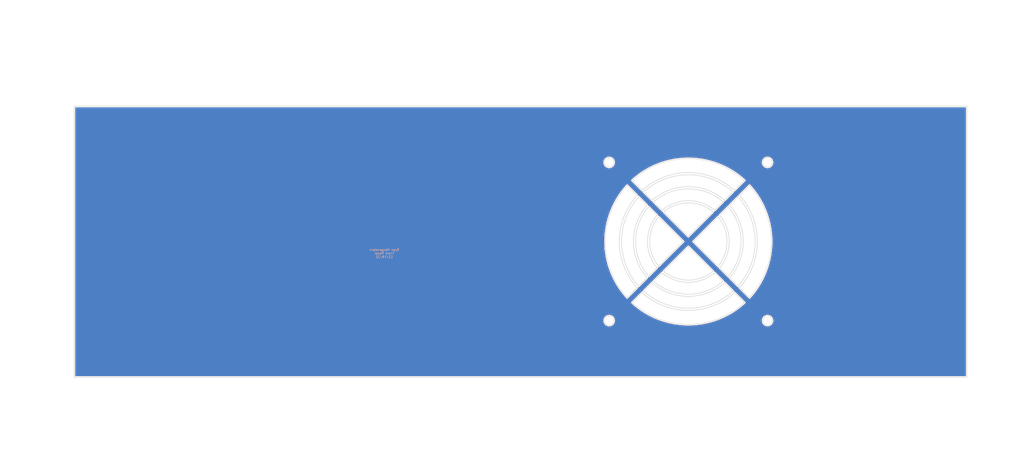
<source format=kicad_pcb>
(kicad_pcb (version 20211014) (generator pcbnew)
  (layers (0 "F.Cu" signal) (31 "B.Cu" signal) (34 "B.Paste" user) (35 "F.Paste" user) (36 "B.SilkS" user "B.Silkscreen") (37 "F.SilkS" user "F.Silkscreen") (38 "B.Mask" user) (39 "F.Mask" user) (44 "Edge.Cuts" user))
  (net 0 "")
  (gr_arc (start 288.415187 74.560485) (mid 277.249834 78.6) (end 266.084558 74.560273) (layer "Edge.Cuts") (width 0.25))
  (gr_arc (start 261.58104 43.235657) (mid 277.250226 37.35) (end 292.9193 43.235954) (layer "Edge.Cuts") (width 0.25))
  (gr_line (start 403 0) (end 403 122.5) (layer "Edge.Cuts") (width 0.25))
  (gr_arc (start 299.66242 40.983048) (mid 307.4 61.150286) (end 299.662037 81.317377) (layer "Edge.Cuts") (width 0.25))
  (gr_line (start 295.164343 45.48104) (end 291.370382 49.274929) (layer "Edge.Cuts") (width 0.25))
  (gr_arc (start 295.872971 44.772425) (mid 302.05 61.150235) (end 295.87266 77.527928) (layer "Edge.Cuts") (width 0.25))
  (gr_arc (start 289.125071 75.270382) (mid 277.249825 79.6) (end 265.374661 75.270156) (layer "Edge.Cuts") (width 0.25))
  (gr_line (start 300.370088 82.025441) (end 304.865025 86.520464) (layer "Edge.Cuts") (width 0.25))
  (gr_line (start 263.129618 73.025071) (end 259.335657 76.81896) (layer "Edge.Cuts") (width 0.25))
  (gr_arc (start 251.880061 33.534494) (mid 277.250356 23.65) (end 302.620464 33.534975) (layer "Edge.Cuts") (width 0.25))
  (gr_line (start 291.370156 73.025339) (end 295.164046 76.8193) (layer "Edge.Cuts") (width 0.25))
  (gr_line (start 275.004936 61.149979) (end 263.839727 49.984558) (layer "Edge.Cuts") (width 0.25))
  (gr_arc (start 254.129516 82.025002) (mid 246.1 61.149704) (end 254.129912 40.274559) (layer "Edge.Cuts") (width 0.25))
  (gr_circle (center 313 96.9) (end 315.15 96.9) (layer "Edge.Cuts") (width 0.25) (fill none))
  (gr_arc (start 300.370484 40.274998) (mid 308.4 61.150296) (end 300.370088 82.025441) (layer "Edge.Cuts") (width 0.25))
  (gr_arc (start 260.872425 42.527029) (mid 277.250235 36.35) (end 293.627928 42.52734) (layer "Edge.Cuts") (width 0.25))
  (gr_line (start 258.62734 44.772072) (end 254.837963 40.982623) (layer "Edge.Cuts") (width 0.25))
  (gr_line (start 261.58104 43.235657) (end 265.374929 47.029618) (layer "Edge.Cuts") (width 0.25))
  (gr_line (start 302.619939 88.765506) (end 298.125002 84.270484) (layer "Edge.Cuts") (width 0.25))
  (gr_line (start 275.004936 61.149979) (end 263.839515 72.315187) (layer "Edge.Cuts") (width 0.25))
  (gr_circle (center 241.5 96.9) (end 243.65 96.9) (layer "Edge.Cuts") (width 0.25) (fill none))
  (gr_line (start 260.872072 79.77266) (end 257.082623 83.562037) (layer "Edge.Cuts") (width 0.25))
  (gr_arc (start 259.335657 76.81896) (mid 253.45 61.149774) (end 259.335954 45.4807) (layer "Edge.Cuts") (width 0.25))
  (gr_arc (start 265.374929 47.029618) (mid 277.250175 42.7) (end 289.125339 47.029844) (layer "Edge.Cuts") (width 0.25))
  (gr_circle (center 313 25.4) (end 315.15 25.4) (layer "Edge.Cuts") (width 0.25) (fill none))
  (gr_line (start 292.91896 79.064343) (end 289.125071 75.270382) (layer "Edge.Cuts") (width 0.25))
  (gr_line (start 257.083048 38.73758) (end 260.872425 42.527029) (layer "Edge.Cuts") (width 0.25))
  (gr_arc (start 257.083048 38.73758) (mid 277.250286 31) (end 297.417377 38.737963) (layer "Edge.Cuts") (width 0.25))
  (gr_line (start 265.374661 75.270156) (end 261.5807 79.064046) (layer "Edge.Cuts") (width 0.25))
  (gr_circle (center 241.5 25.4) (end 243.65 25.4) (layer "Edge.Cuts") (width 0.25) (fill none))
  (gr_line (start 302.620464 33.534975) (end 298.125441 38.029912) (layer "Edge.Cuts") (width 0.25))
  (gr_line (start 277.249979 63.395064) (end 266.084558 74.560273) (layer "Edge.Cuts") (width 0.25))
  (gr_arc (start 258.627029 77.527575) (mid 252.45 61.149765) (end 258.62734 44.772072) (layer "Edge.Cuts") (width 0.25))
  (gr_arc (start 291.370382 49.274929) (mid 295.7 61.150175) (end 291.370156 73.025339) (layer "Edge.Cuts") (width 0.25))
  (gr_arc (start 293.627575 79.772971) (mid 277.249765 85.95) (end 260.872072 79.77266) (layer "Edge.Cuts") (width 0.25))
  (gr_arc (start 254.83758 81.316952) (mid 247.1 61.149714) (end 254.837963 40.982623) (layer "Edge.Cuts") (width 0.25))
  (gr_arc (start 292.91896 79.064343) (mid 277.249774 84.95) (end 261.5807 79.064046) (layer "Edge.Cuts") (width 0.25))
  (gr_arc (start 302.619939 88.765506) (mid 277.249644 98.65) (end 251.879536 88.765025) (layer "Edge.Cuts") (width 0.25))
  (gr_line (start 254.129912 40.274559) (end 249.634975 35.779536) (layer "Edge.Cuts") (width 0.25))
  (gr_line (start 288.415187 74.560485) (end 277.249979 63.395064) (layer "Edge.Cuts") (width 0.25))
  (gr_arc (start 290.660485 49.984813) (mid 294.7 61.150166) (end 290.660273 72.315442) (layer "Edge.Cuts") (width 0.25))
  (gr_line (start 254.129516 82.025002) (end 249.634494 86.519939) (layer "Edge.Cuts") (width 0.25))
  (gr_arc (start 249.634494 86.519939) (mid 239.75 61.149644) (end 249.634975 35.779536) (layer "Edge.Cuts") (width 0.25))
  (gr_line (start 297.417377 38.737963) (end 293.627928 42.52734) (layer "Edge.Cuts") (width 0.25))
  (gr_line (start 0 0) (end 403 0) (layer "Edge.Cuts") (width 0.25))
  (gr_line (start 292.9193 43.235954) (end 289.125339 47.029844) (layer "Edge.Cuts") (width 0.25))
  (gr_line (start 299.66242 40.983048) (end 295.872971 44.772425) (layer "Edge.Cuts") (width 0.25))
  (gr_line (start 266.084813 47.739515) (end 277.250021 58.904936) (layer "Edge.Cuts") (width 0.25))
  (gr_arc (start 295.164343 45.48104) (mid 301.05 61.150226) (end 295.164046 76.8193) (layer "Edge.Cuts") (width 0.25))
  (gr_arc (start 304.865506 35.780061) (mid 314.75 61.150356) (end 304.865025 86.520464) (layer "Edge.Cuts") (width 0.25))
  (gr_arc (start 298.125002 84.270484) (mid 277.249704 92.3) (end 256.374559 84.270088) (layer "Edge.Cuts") (width 0.25))
  (gr_line (start 0 122.5) (end 403 122.5) (layer "Edge.Cuts") (width 0.25))
  (gr_arc (start 263.839515 72.315187) (mid 259.8 61.149834) (end 263.839727 49.984558) (layer "Edge.Cuts") (width 0.25))
  (gr_arc (start 263.129618 73.025071) (mid 258.8 61.149825) (end 263.129844 49.274661) (layer "Edge.Cuts") (width 0.25))
  (gr_line (start 304.865506 35.780061) (end 300.370484 40.274998) (layer "Edge.Cuts") (width 0.25))
  (gr_arc (start 256.374998 38.029516) (mid 277.250296 30) (end 298.125441 38.029912) (layer "Edge.Cuts") (width 0.25))
  (gr_line (start 256.374559 84.270088) (end 251.879536 88.765025) (layer "Edge.Cuts") (width 0.25))
  (gr_arc (start 266.084813 47.739515) (mid 277.250166 43.7) (end 288.415442 47.739727) (layer "Edge.Cuts") (width 0.25))
  (gr_line (start 279.495064 61.150021) (end 290.660273 72.315442) (layer "Edge.Cuts") (width 0.25))
  (gr_line (start 295.87266 77.527928) (end 299.662037 81.317377) (layer "Edge.Cuts") (width 0.25))
  (gr_arc (start 297.416952 83.56242) (mid 277.249714 91.3) (end 257.082623 83.562037) (layer "Edge.Cuts") (width 0.25))
  (gr_line (start 251.880061 33.534494) (end 256.374998 38.029516) (layer "Edge.Cuts") (width 0.25))
  (gr_line (start 263.129844 49.274661) (end 259.335954 45.4807) (layer "Edge.Cuts") (width 0.25))
  (gr_line (start 288.415442 47.739727) (end 277.250021 58.904936) (layer "Edge.Cuts") (width 0.25))
  (gr_line (start 290.660485 49.984813) (end 279.495064 61.150021) (layer "Edge.Cuts") (width 0.25))
  (gr_line (start 258.627029 77.527575) (end 254.83758 81.316952) (layer "Edge.Cuts") (width 0.25))
  (gr_line (start 297.416952 83.56242) (end 293.627575 79.772971) (layer "Edge.Cuts") (width 0.25))
  (gr_line (start 0 0) (end 0 122.5) (layer "Edge.Cuts") (width 0.25))
  (gr_text "Ryan Morgenstern\nFront Panel\n12/19/22" (at 140 66.5) (layer "B.SilkS") (effects (font (size 1 1)) (justify mirror)))
  (zone (net 0) (net_name "") (layer "F.Cu") (connect_pads (clearance 0.508)) (min_thickness 0.254) (fill yes (thermal_gap 0.508) (thermal_bridge_width 0.508))
    (polygon (pts (xy 420 -18) (xy 410.5 146.5) (xy -29 143.5) (xy -32 -20.5)))
  )
  (zone (net 0) (net_name "") (layer "B.Cu") (connect_pads (clearance 0.508)) (min_thickness 0.254) (fill yes (thermal_gap 0.508) (thermal_bridge_width 0.508))
    (polygon (pts (xy 428.786502 -34.953942) (xy 424.5 158.5) (xy -22 144.5) (xy -33.5 -48)))
  )
)
</source>
